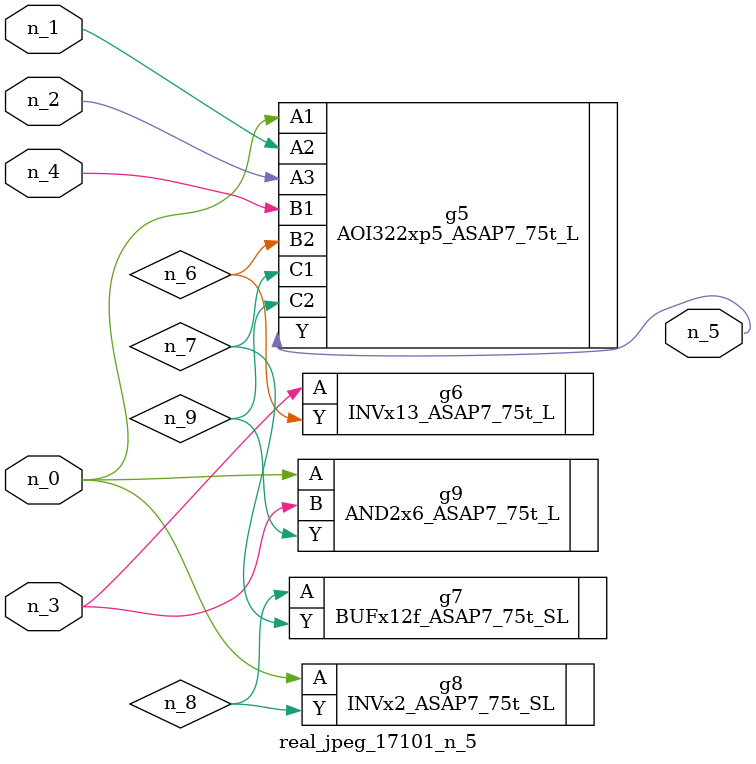
<source format=v>
module real_jpeg_17101_n_5 (n_4, n_0, n_1, n_2, n_3, n_5);

input n_4;
input n_0;
input n_1;
input n_2;
input n_3;

output n_5;

wire n_8;
wire n_6;
wire n_7;
wire n_9;

AOI322xp5_ASAP7_75t_L g5 ( 
.A1(n_0),
.A2(n_1),
.A3(n_2),
.B1(n_4),
.B2(n_6),
.C1(n_7),
.C2(n_9),
.Y(n_5)
);

INVx2_ASAP7_75t_SL g8 ( 
.A(n_0),
.Y(n_8)
);

AND2x6_ASAP7_75t_L g9 ( 
.A(n_0),
.B(n_3),
.Y(n_9)
);

INVx13_ASAP7_75t_L g6 ( 
.A(n_3),
.Y(n_6)
);

BUFx12f_ASAP7_75t_SL g7 ( 
.A(n_8),
.Y(n_7)
);


endmodule
</source>
